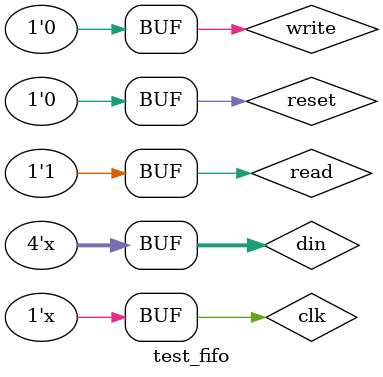
<source format=v>
`timescale 1ns / 1ps


module test_fifo;

	// Inputs
	reg reset;
	reg write;
	reg read;
	reg [3:0] din;
	reg clk;

	// Outputs
	wire [3:0] dout;
	wire full;
	wire empty;

	// Instantiate the Unit Under Test (UUT)
	fifo uut (
		.reset(reset), 
		.write(write), 
		.read(read), 
		.din(din), 
		.clk(clk), 
		.dout(dout), 
		.full(full), 
		.empty(empty)
	);

	initial begin
		// Initialize Inputs
		reset = 1;
		write = 0;
		read = 0;
		din = 0;
		clk = 0;
		#10 reset=0;
		#22 write=1;
		#45 read=1;
		#40 read=0;
		#190 write=0;
		#200 read=1;
		#80 write=0;
      
	end
	
	always #5
	clk=~clk;
	
	always #10
	din=din+1;
      
endmodule


</source>
